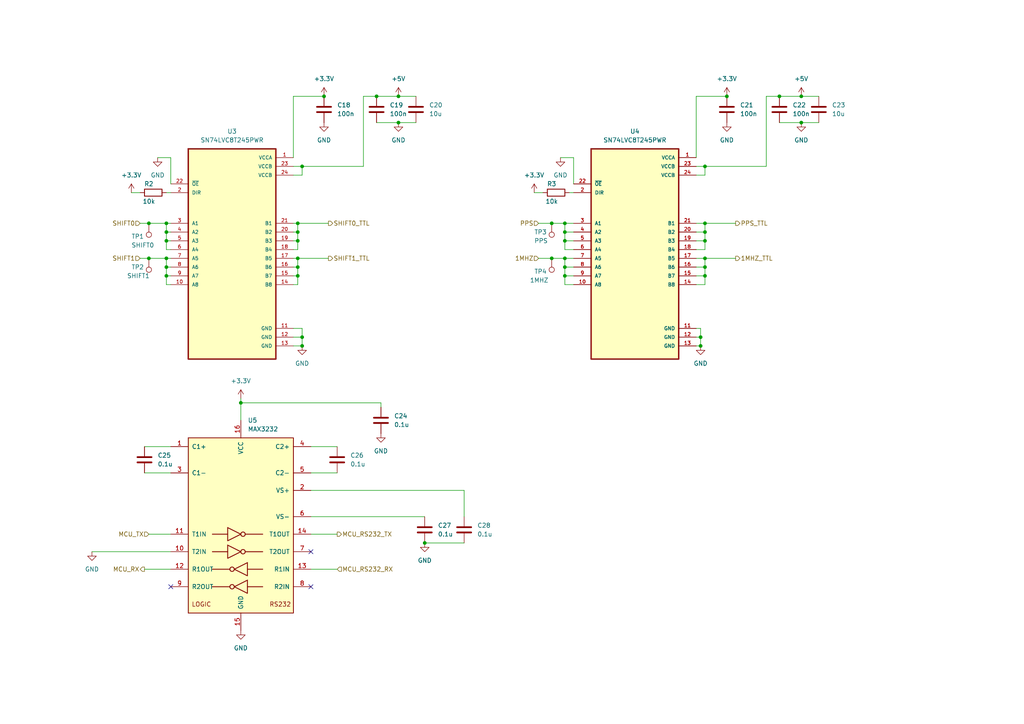
<source format=kicad_sch>
(kicad_sch (version 20211123) (generator eeschema)
  (paper "A4")
  (title_block (title "Line Drivers") (date "2022-10-30") (company "Diamond Light Source"))
  (lib_symbols
    (symbol "Connector:TestPoint" (pin_numbers hide) (pin_names (offset 0.762) hide)
      (property "Reference" "TP" (at 0 6.858 0))
      (property "Value" "TestPoint" (at 0 5.08 0))
      (symbol "TestPoint_0_1"
        (circle (center 0 3.302) (radius 0.762))
      )
      (symbol "TestPoint_1_1"
        (pin passive line (at 0 0 90) (length 2.54) (name "1") (number "1"))
      )
    )
    (symbol "Device:C" (pin_numbers hide) (pin_names (offset 0.254))
      (property "Reference" "C" (at 0.635 2.54 0))
      (property "Value" "C" (at 0.635 -2.54 0))
      (symbol "C_0_1"
        (polyline (pts (xy -2.032 -0.762) (xy 2.032 -0.762)) (stroke (width 0.508)))
        (polyline (pts (xy -2.032 0.762) (xy 2.032 0.762)) (stroke (width 0.508)))
      )
      (symbol "C_1_1"
        (pin passive line (at 0 3.81 270) (length 2.794) (name "~") (number "1"))
        (pin passive line (at 0 -3.81 90) (length 2.794) (name "~") (number "2"))
      )
    )
    (symbol "Device:R" (pin_numbers hide) (pin_names (offset 0))
      (property "Reference" "R" (at 2.032 0 90))
      (property "Value" "R" (at 0 0 90))
      (symbol "R_0_1"
        (rectangle (start -1.016 -2.54) (end 1.016 2.54) (stroke (width 0.254)))
      )
      (symbol "R_1_1"
        (pin passive line (at 0 3.81 270) (length 1.27) (name "~") (number "1"))
        (pin passive line (at 0 -3.81 90) (length 1.27) (name "~") (number "2"))
      )
    )
    (symbol "Interface_UART:MAX3232" (pin_names (offset 1.016))
      (property "Reference" "U" (at -2.54 28.575 0))
      (property "Value" "MAX3232" (at -2.54 26.67 0))
      (symbol "MAX3232_0_0"
        (text "LOGIC" (at -11.43 -22.86 0) (effects (font (size 1.27 1.27))))
        (text "RS232" (at 11.43 -22.86 0) (effects (font (size 1.27 1.27))))
      )
      (symbol "MAX3232_0_1"
        (rectangle (start -15.24 -25.4) (end 15.24 25.4) (stroke (width 0.254)) (fill (type background)))
        (circle (center -2.54 -17.78) (radius 0.635) (stroke (width 0.254)))
        (circle (center -2.54 -12.7) (radius 0.635) (stroke (width 0.254)))
        (polyline (pts (xy -3.81 -7.62) (xy -8.255 -7.62)) (stroke (width 0.254)))
        (polyline (pts (xy -3.81 -2.54) (xy -8.255 -2.54)) (stroke (width 0.254)))
        (polyline (pts (xy -3.175 -17.78) (xy -8.255 -17.78)) (stroke (width 0.254)))
        (polyline (pts (xy -3.175 -12.7) (xy -8.255 -12.7)) (stroke (width 0.254)))
        (polyline (pts (xy 1.27 -7.62) (xy 6.35 -7.62)) (stroke (width 0.254)))
        (polyline (pts (xy 1.27 -2.54) (xy 6.35 -2.54)) (stroke (width 0.254)))
        (polyline (pts (xy 1.905 -17.78) (xy 6.35 -17.78)) (stroke (width 0.254)))
        (polyline (pts (xy 1.905 -12.7) (xy 6.35 -12.7)) (stroke (width 0.254)))
        (polyline (pts (xy -3.81 -5.715) (xy -3.81 -9.525) (xy 0 -7.62) (xy -3.81 -5.715)) (stroke (width 0.254)))
        (polyline (pts (xy -3.81 -0.635) (xy -3.81 -4.445) (xy 0 -2.54) (xy -3.81 -0.635)) (stroke (width 0.254)))
        (polyline (pts (xy 1.905 -15.875) (xy 1.905 -19.685) (xy -1.905 -17.78) (xy 1.905 -15.875)) (stroke (width 0.254)))
        (polyline (pts (xy 1.905 -10.795) (xy 1.905 -14.605) (xy -1.905 -12.7) (xy 1.905 -10.795)) (stroke (width 0.254)))
        (circle (center 0.635 -7.62) (radius 0.635) (stroke (width 0.254)))
        (circle (center 0.635 -2.54) (radius 0.635) (stroke (width 0.254)))
      )
      (symbol "MAX3232_1_1"
        (pin passive line (at -20.32 22.86 0) (length 5.08) (name "C1+") (number "1"))
        (pin input line (at -20.32 -7.62 0) (length 5.08) (name "T2IN") (number "10"))
        (pin input line (at -20.32 -2.54 0) (length 5.08) (name "T1IN") (number "11"))
        (pin output line (at -20.32 -12.7 0) (length 5.08) (name "R1OUT") (number "12"))
        (pin input line (at 20.32 -12.7 180) (length 5.08) (name "R1IN") (number "13"))
        (pin output line (at 20.32 -2.54 180) (length 5.08) (name "T1OUT") (number "14"))
        (pin power_in line (at 0 -30.48 90) (length 5.08) (name "GND") (number "15"))
        (pin power_in line (at 0 30.48 270) (length 5.08) (name "VCC") (number "16"))
        (pin power_out line (at 20.32 10.16 180) (length 5.08) (name "VS+") (number "2"))
        (pin passive line (at -20.32 15.24 0) (length 5.08) (name "C1-") (number "3"))
        (pin passive line (at 20.32 22.86 180) (length 5.08) (name "C2+") (number "4"))
        (pin passive line (at 20.32 15.24 180) (length 5.08) (name "C2-") (number "5"))
        (pin power_out line (at 20.32 2.54 180) (length 5.08) (name "VS-") (number "6"))
        (pin output line (at 20.32 -7.62 180) (length 5.08) (name "T2OUT") (number "7"))
        (pin input line (at 20.32 -17.78 180) (length 5.08) (name "R2IN") (number "8"))
        (pin output line (at -20.32 -17.78 0) (length 5.08) (name "R2OUT") (number "9"))
      )
    )
    (symbol "SN74LVC8T245PWR:SN74LVC8T245PWR" (pin_names (offset 1.016))
      (property "Reference" "U" (at -12.7 31.4706 0))
      (property "Value" "SN74LVC8T245PWR" (at -12.7 -34.4678 0))
      (symbol "SN74LVC8T245PWR_0_0"
        (rectangle (start -12.7 -30.48) (end 12.7 30.48) (stroke (width 0.4064)) (fill (type background)))
        (pin power_in line (at 17.78 27.94 180) (length 5.08) (name "VCCA") (number "1"))
        (pin bidirectional line (at -17.78 -8.89 0) (length 5.08) (name "A8") (number "10"))
        (pin power_in line (at 17.78 -21.59 180) (length 5.08) (name "GND") (number "11"))
        (pin power_in line (at 17.78 -24.13 180) (length 5.08) (name "GND") (number "12"))
        (pin power_in line (at 17.78 -26.67 180) (length 5.08) (name "GND") (number "13"))
        (pin bidirectional line (at 17.78 -8.89 180) (length 5.08) (name "B8") (number "14"))
        (pin bidirectional line (at 17.78 -6.35 180) (length 5.08) (name "B7") (number "15"))
        (pin bidirectional line (at 17.78 -3.81 180) (length 5.08) (name "B6") (number "16"))
        (pin bidirectional line (at 17.78 -1.27 180) (length 5.08) (name "B5") (number "17"))
        (pin bidirectional line (at 17.78 1.27 180) (length 5.08) (name "B4") (number "18"))
        (pin bidirectional line (at 17.78 3.81 180) (length 5.08) (name "B3") (number "19"))
        (pin input line (at -17.78 17.78 0) (length 5.08) (name "DIR") (number "2"))
        (pin bidirectional line (at 17.78 6.35 180) (length 5.08) (name "B2") (number "20"))
        (pin bidirectional line (at 17.78 8.89 180) (length 5.08) (name "B1") (number "21"))
        (pin input line (at -17.78 20.32 0) (length 5.08) (name "~{OE}") (number "22"))
        (pin power_in line (at 17.78 25.4 180) (length 5.08) (name "VCCB") (number "23"))
        (pin power_in line (at 17.78 22.86 180) (length 5.08) (name "VCCB") (number "24"))
        (pin bidirectional line (at -17.78 8.89 0) (length 5.08) (name "A1") (number "3"))
        (pin bidirectional line (at -17.78 6.35 0) (length 5.08) (name "A2") (number "4"))
        (pin bidirectional line (at -17.78 3.81 0) (length 5.08) (name "A3") (number "5"))
        (pin bidirectional line (at -17.78 1.27 0) (length 5.08) (name "A4") (number "6"))
        (pin bidirectional line (at -17.78 -1.27 0) (length 5.08) (name "A5") (number "7"))
        (pin bidirectional line (at -17.78 -3.81 0) (length 5.08) (name "A6") (number "8"))
        (pin bidirectional line (at -17.78 -6.35 0) (length 5.08) (name "A7") (number "9"))
      )
    )
    (symbol "SN74LVC8T245PWR_1" (pin_names (offset 1.016))
      (property "Reference" "U" (at -12.7 31.4706 0))
      (property "Value" "SN74LVC8T245PWR_1" (at -12.7 -34.4678 0))
      (symbol "SN74LVC8T245PWR_1_0_0"
        (rectangle (start -12.7 -30.48) (end 12.7 30.48) (stroke (width 0.4064)) (fill (type background)))
        (pin power_in line (at 17.78 27.94 180) (length 5.08) (name "VCCA") (number "1"))
        (pin bidirectional line (at -17.78 -8.89 0) (length 5.08) (name "A8") (number "10"))
        (pin power_in line (at 17.78 -21.59 180) (length 5.08) (name "GND") (number "11"))
        (pin power_in line (at 17.78 -24.13 180) (length 5.08) (name "GND") (number "12"))
        (pin power_in line (at 17.78 -26.67 180) (length 5.08) (name "GND") (number "13"))
        (pin bidirectional line (at 17.78 -8.89 180) (length 5.08) (name "B8") (number "14"))
        (pin bidirectional line (at 17.78 -6.35 180) (length 5.08) (name "B7") (number "15"))
        (pin bidirectional line (at 17.78 -3.81 180) (length 5.08) (name "B6") (number "16"))
        (pin bidirectional line (at 17.78 -1.27 180) (length 5.08) (name "B5") (number "17"))
        (pin bidirectional line (at 17.78 1.27 180) (length 5.08) (name "B4") (number "18"))
        (pin bidirectional line (at 17.78 3.81 180) (length 5.08) (name "B3") (number "19"))
        (pin input line (at -17.78 17.78 0) (length 5.08) (name "DIR") (number "2"))
        (pin bidirectional line (at 17.78 6.35 180) (length 5.08) (name "B2") (number "20"))
        (pin bidirectional line (at 17.78 8.89 180) (length 5.08) (name "B1") (number "21"))
        (pin input line (at -17.78 20.32 0) (length 5.08) (name "~{OE}") (number "22"))
        (pin power_in line (at 17.78 25.4 180) (length 5.08) (name "VCCB") (number "23"))
        (pin power_in line (at 17.78 22.86 180) (length 5.08) (name "VCCB") (number "24"))
        (pin bidirectional line (at -17.78 8.89 0) (length 5.08) (name "A1") (number "3"))
        (pin bidirectional line (at -17.78 6.35 0) (length 5.08) (name "A2") (number "4"))
        (pin bidirectional line (at -17.78 3.81 0) (length 5.08) (name "A3") (number "5"))
        (pin bidirectional line (at -17.78 1.27 0) (length 5.08) (name "A4") (number "6"))
        (pin bidirectional line (at -17.78 -1.27 0) (length 5.08) (name "A5") (number "7"))
        (pin bidirectional line (at -17.78 -3.81 0) (length 5.08) (name "A6") (number "8"))
        (pin bidirectional line (at -17.78 -6.35 0) (length 5.08) (name "A7") (number "9"))
      )
    )
    (symbol "power:+3.3V" (power) (pin_names (offset 0))
      (property "Value" "+3.3V" (at 0 3.556 0))
      (symbol "+3.3V_0_1"
        (polyline (pts (xy -0.762 1.27) (xy 0 2.54)))
        (polyline (pts (xy 0 0) (xy 0 2.54)))
        (polyline (pts (xy 0 2.54) (xy 0.762 1.27)))
      )
      (symbol "+3.3V_1_1"
        (pin power_in line (at 0 0 90) (length 0) hide (name "+3.3V") (number "1"))
      )
    )
    (symbol "power:+5V" (power) (pin_names (offset 0))
      (property "Value" "+5V" (at 0 3.556 0))
      (symbol "+5V_0_1"
        (polyline (pts (xy -0.762 1.27) (xy 0 2.54)))
        (polyline (pts (xy 0 0) (xy 0 2.54)))
        (polyline (pts (xy 0 2.54) (xy 0.762 1.27)))
      )
      (symbol "+5V_1_1"
        (pin power_in line (at 0 0 90) (length 0) hide (name "+5V") (number "1"))
      )
    )
    (symbol "power:GND" (power) (pin_names (offset 0))
      (property "Value" "GND" (at 0 -3.81 0))
      (symbol "GND_0_1"
        (polyline (pts (xy 0 0) (xy 0 -1.27) (xy 1.27 -1.27) (xy 0 -2.54) (xy -1.27 -1.27) (xy 0 -1.27)))
      )
      (symbol "GND_1_1"
        (pin power_in line (at 0 0 270) (length 0) hide (name "GND") (number "1"))
      )
    )
  )
  (junction (at 163.83 74.93))
  (junction (at 204.47 69.85))
  (junction (at 87.63 100.33))
  (junction (at 86.36 74.93))
  (junction (at 86.36 80.01))
  (junction (at 48.26 67.31))
  (junction (at 204.47 64.77))
  (junction (at 210.82 27.94))
  (junction (at 48.26 77.47))
  (junction (at 232.41 35.56))
  (junction (at 160.02 64.77))
  (junction (at 93.98 27.94))
  (junction (at 204.47 67.31))
  (junction (at 69.85 116.84))
  (junction (at 163.83 80.01))
  (junction (at 109.22 27.94))
  (junction (at 203.2 97.79))
  (junction (at 115.57 27.94))
  (junction (at 48.26 80.01))
  (junction (at 163.83 77.47))
  (junction (at 163.83 69.85))
  (junction (at 86.36 64.77))
  (junction (at 163.83 64.77))
  (junction (at 204.47 74.93))
  (junction (at 226.06 27.94))
  (junction (at 86.36 69.85))
  (junction (at 48.26 69.85))
  (junction (at 163.83 67.31))
  (junction (at 48.26 74.93))
  (junction (at 204.47 80.01))
  (junction (at 232.41 27.94))
  (junction (at 43.18 74.93))
  (junction (at 86.36 67.31))
  (junction (at 204.47 77.47))
  (junction (at 48.26 64.77))
  (junction (at 203.2 100.33))
  (junction (at 87.63 97.79))
  (junction (at 87.63 48.26))
  (junction (at 204.47 48.26))
  (junction (at 115.57 35.56))
  (junction (at 43.18 64.77))
  (junction (at 160.02 74.93))
  (junction (at 86.36 77.47))
  (junction (at 123.19 157.48))
  (no_connect (at 90.17 170.18))
  (no_connect (at 90.17 160.02))
  (no_connect (at 49.53 170.18))
  (wire (pts (xy 163.83 74.93) (xy 166.37 74.93)))
  (wire (pts (xy 48.26 64.77) (xy 49.53 64.77)))
  (wire (pts (xy 163.83 74.93) (xy 163.83 77.47)))
  (wire (pts (xy 86.36 69.85) (xy 86.36 67.31)))
  (wire (pts (xy 87.63 97.79) (xy 87.63 100.33)))
  (wire (pts (xy 201.93 80.01) (xy 204.47 80.01)))
  (wire (pts (xy 90.17 142.24) (xy 134.62 142.24)))
  (wire (pts (xy 226.06 27.94) (xy 232.41 27.94)))
  (wire (pts (xy 204.47 82.55) (xy 204.47 80.01)))
  (wire (pts (xy 166.37 77.47) (xy 163.83 77.47)))
  (wire (pts (xy 49.53 80.01) (xy 48.26 80.01)))
  (wire (pts (xy 204.47 50.8) (xy 204.47 48.26)))
  (wire (pts (xy 85.09 95.25) (xy 87.63 95.25)))
  (wire (pts (xy 163.83 64.77) (xy 166.37 64.77)))
  (wire (pts (xy 48.26 77.47) (xy 48.26 74.93)))
  (wire (pts (xy 105.41 27.94) (xy 109.22 27.94)))
  (wire (pts (xy 160.02 74.93) (xy 163.83 74.93)))
  (wire (pts (xy 43.18 154.94) (xy 49.53 154.94)))
  (wire (pts (xy 86.36 82.55) (xy 86.36 80.01)))
  (wire (pts (xy 43.18 64.77) (xy 48.26 64.77)))
  (wire (pts (xy 201.93 72.39) (xy 204.47 72.39)))
  (wire (pts (xy 85.09 67.31) (xy 86.36 67.31)))
  (wire (pts (xy 203.2 97.79) (xy 203.2 100.33)))
  (wire (pts (xy 201.93 77.47) (xy 204.47 77.47)))
  (wire (pts (xy 86.36 67.31) (xy 86.36 64.77)))
  (wire (pts (xy 90.17 137.16) (xy 97.79 137.16)))
  (wire (pts (xy 115.57 27.94) (xy 120.65 27.94)))
  (wire (pts (xy 69.85 116.84) (xy 69.85 121.92)))
  (wire (pts (xy 86.36 80.01) (xy 86.36 77.47)))
  (wire (pts (xy 204.47 72.39) (xy 204.47 69.85)))
  (wire (pts (xy 166.37 82.55) (xy 163.83 82.55)))
  (wire (pts (xy 163.83 67.31) (xy 163.83 69.85)))
  (wire (pts (xy 40.64 55.88) (xy 38.1 55.88)))
  (wire (pts (xy 49.53 77.47) (xy 48.26 77.47)))
  (wire (pts (xy 232.41 35.56) (xy 237.49 35.56)))
  (wire (pts (xy 49.53 72.39) (xy 48.26 72.39)))
  (wire (pts (xy 69.85 116.84) (xy 110.49 116.84)))
  (wire (pts (xy 86.36 74.93) (xy 95.25 74.93)))
  (wire (pts (xy 90.17 165.1) (xy 97.79 165.1)))
  (wire (pts (xy 85.09 64.77) (xy 86.36 64.77)))
  (wire (pts (xy 157.48 55.88) (xy 154.94 55.88)))
  (wire (pts (xy 85.09 48.26) (xy 87.63 48.26)))
  (wire (pts (xy 49.53 82.55) (xy 48.26 82.55)))
  (wire (pts (xy 201.93 27.94) (xy 201.93 45.72)))
  (wire (pts (xy 48.26 67.31) (xy 48.26 64.77)))
  (wire (pts (xy 156.21 74.93) (xy 160.02 74.93)))
  (wire (pts (xy 85.09 74.93) (xy 86.36 74.93)))
  (wire (pts (xy 123.19 157.48) (xy 134.62 157.48)))
  (wire (pts (xy 201.93 100.33) (xy 203.2 100.33)))
  (wire (pts (xy 222.25 27.94) (xy 226.06 27.94)))
  (wire (pts (xy 201.93 74.93) (xy 204.47 74.93)))
  (wire (pts (xy 204.47 80.01) (xy 204.47 77.47)))
  (wire (pts (xy 87.63 48.26) (xy 105.41 48.26)))
  (wire (pts (xy 166.37 72.39) (xy 163.83 72.39)))
  (wire (pts (xy 201.93 95.25) (xy 203.2 95.25)))
  (wire (pts (xy 166.37 80.01) (xy 163.83 80.01)))
  (wire (pts (xy 201.93 64.77) (xy 204.47 64.77)))
  (wire (pts (xy 201.93 50.8) (xy 204.47 50.8)))
  (wire (pts (xy 85.09 27.94) (xy 93.98 27.94)))
  (wire (pts (xy 41.91 129.54) (xy 49.53 129.54)))
  (wire (pts (xy 69.85 115.57) (xy 69.85 116.84)))
  (wire (pts (xy 86.36 77.47) (xy 86.36 74.93)))
  (wire (pts (xy 166.37 69.85) (xy 163.83 69.85)))
  (wire (pts (xy 204.47 74.93) (xy 213.36 74.93)))
  (wire (pts (xy 26.67 160.02) (xy 49.53 160.02)))
  (wire (pts (xy 49.53 69.85) (xy 48.26 69.85)))
  (wire (pts (xy 204.47 67.31) (xy 204.47 64.77)))
  (wire (pts (xy 41.91 137.16) (xy 49.53 137.16)))
  (wire (pts (xy 166.37 67.31) (xy 163.83 67.31)))
  (wire (pts (xy 40.64 74.93) (xy 43.18 74.93)))
  (wire (pts (xy 201.93 82.55) (xy 204.47 82.55)))
  (wire (pts (xy 166.37 45.72) (xy 162.56 45.72)))
  (wire (pts (xy 90.17 129.54) (xy 97.79 129.54)))
  (wire (pts (xy 48.26 80.01) (xy 48.26 77.47)))
  (wire (pts (xy 87.63 95.25) (xy 87.63 97.79)))
  (wire (pts (xy 204.47 69.85) (xy 204.47 67.31)))
  (wire (pts (xy 49.53 53.34) (xy 49.53 45.72)))
  (wire (pts (xy 48.26 82.55) (xy 48.26 80.01)))
  (wire (pts (xy 204.47 77.47) (xy 204.47 74.93)))
  (wire (pts (xy 201.93 67.31) (xy 204.47 67.31)))
  (wire (pts (xy 48.26 74.93) (xy 49.53 74.93)))
  (wire (pts (xy 160.02 64.77) (xy 163.83 64.77)))
  (wire (pts (xy 232.41 27.94) (xy 237.49 27.94)))
  (wire (pts (xy 48.26 69.85) (xy 48.26 67.31)))
  (wire (pts (xy 166.37 53.34) (xy 166.37 45.72)))
  (wire (pts (xy 201.93 48.26) (xy 204.47 48.26)))
  (wire (pts (xy 40.64 64.77) (xy 43.18 64.77)))
  (wire (pts (xy 115.57 35.56) (xy 120.65 35.56)))
  (wire (pts (xy 41.91 165.1) (xy 49.53 165.1)))
  (wire (pts (xy 85.09 100.33) (xy 87.63 100.33)))
  (wire (pts (xy 85.09 80.01) (xy 86.36 80.01)))
  (wire (pts (xy 85.09 69.85) (xy 86.36 69.85)))
  (wire (pts (xy 105.41 48.26) (xy 105.41 27.94)))
  (wire (pts (xy 203.2 95.25) (xy 203.2 97.79)))
  (wire (pts (xy 163.83 77.47) (xy 163.83 80.01)))
  (wire (pts (xy 85.09 50.8) (xy 87.63 50.8)))
  (wire (pts (xy 85.09 97.79) (xy 87.63 97.79)))
  (wire (pts (xy 85.09 77.47) (xy 86.36 77.47)))
  (wire (pts (xy 43.18 74.93) (xy 48.26 74.93)))
  (wire (pts (xy 163.83 72.39) (xy 163.83 69.85)))
  (wire (pts (xy 86.36 64.77) (xy 95.25 64.77)))
  (wire (pts (xy 109.22 27.94) (xy 115.57 27.94)))
  (wire (pts (xy 87.63 50.8) (xy 87.63 48.26)))
  (wire (pts (xy 109.22 35.56) (xy 115.57 35.56)))
  (wire (pts (xy 134.62 142.24) (xy 134.62 149.86)))
  (wire (pts (xy 85.09 27.94) (xy 85.09 45.72)))
  (wire (pts (xy 90.17 154.94) (xy 97.79 154.94)))
  (wire (pts (xy 85.09 82.55) (xy 86.36 82.55)))
  (wire (pts (xy 201.93 27.94) (xy 210.82 27.94)))
  (wire (pts (xy 163.83 82.55) (xy 163.83 80.01)))
  (wire (pts (xy 156.21 64.77) (xy 160.02 64.77)))
  (wire (pts (xy 49.53 67.31) (xy 48.26 67.31)))
  (wire (pts (xy 90.17 149.86) (xy 123.19 149.86)))
  (wire (pts (xy 85.09 72.39) (xy 86.36 72.39)))
  (wire (pts (xy 49.53 45.72) (xy 45.72 45.72)))
  (wire (pts (xy 204.47 48.26) (xy 222.25 48.26)))
  (wire (pts (xy 165.1 55.88) (xy 166.37 55.88)))
  (wire (pts (xy 226.06 35.56) (xy 232.41 35.56)))
  (wire (pts (xy 48.26 72.39) (xy 48.26 69.85)))
  (wire (pts (xy 48.26 55.88) (xy 49.53 55.88)))
  (wire (pts (xy 222.25 48.26) (xy 222.25 27.94)))
  (wire (pts (xy 86.36 72.39) (xy 86.36 69.85)))
  (wire (pts (xy 203.2 97.79) (xy 201.93 97.79)))
  (wire (pts (xy 204.47 64.77) (xy 213.36 64.77)))
  (wire (pts (xy 201.93 69.85) (xy 204.47 69.85)))
  (wire (pts (xy 163.83 64.77) (xy 163.83 67.31)))
  (wire (pts (xy 110.49 116.84) (xy 110.49 118.11)))
  (hierarchical_label "MCU_TX" (shape input) (at 43.18 154.94 180))
  (hierarchical_label "MCU_RS232_RX" (shape input) (at 97.79 165.1 0))
  (hierarchical_label "SHIFT0" (shape input) (at 40.64 64.77 180))
  (hierarchical_label "1MHZ" (shape input) (at 156.21 74.93 180))
  (hierarchical_label "PPS_TTL" (shape output) (at 213.36 64.77 0))
  (hierarchical_label "SHIFT0_TTL" (shape output) (at 95.25 64.77 0))
  (hierarchical_label "SHIFT1_TTL" (shape output) (at 95.25 74.93 0))
  (hierarchical_label "SHIFT1" (shape input) (at 40.64 74.93 180))
  (hierarchical_label "MCU_RS232_TX" (shape output) (at 97.79 154.94 0))
  (hierarchical_label "MCU_RX" (shape output) (at 41.91 165.1 180))
  (hierarchical_label "PPS" (shape input) (at 156.21 64.77 180))
  (hierarchical_label "1MHZ_TTL" (shape output) (at 213.36 74.93 0))
  (symbol (lib_id "Device:C") (at 120.65 31.75 0) (unit 1)
    (property "Reference" "C20" (at 124.46 30.4799 0) (effects (justify left)))
    (property "Value" "10u" (at 124.46 33.0199 0) (effects (justify left)))
    (property "Footprint" "Capacitor_SMD:C_1210_3225Metric" (effects hide))
  )
  (symbol (lib_id "Device:C") (at 134.62 153.67 0) (unit 1)
    (property "Reference" "C28" (at 138.43 152.3999 0) (effects (justify left)))
    (property "Value" "0.1u" (at 138.43 154.9399 0) (effects (justify left)))
    (property "Footprint" "Capacitor_SMD:C_0805_2012Metric" (effects hide))
  )
  (symbol (lib_id "Interface_UART:MAX3232") (at 69.85 152.4 0) (unit 1)
    (property "Reference" "U5" (at 71.8694 121.92 0) (effects (justify left)))
    (property "Value" "MAX3232" (at 71.8694 124.46 0) (effects (justify left)))
    (property "Footprint" "footprints:SOIC127P600X175-16N" (effects hide))
    (property "Datasheet" "https://datasheets.maximintegrated.com/en/ds/MAX3222-MAX3241.pdf" (effects hide))
  )
  (symbol (lib_id "Device:C") (at 210.82 31.75 0) (unit 1)
    (property "Reference" "C21" (at 214.63 30.4799 0) (effects (justify left)))
    (property "Value" "100n" (at 214.63 33.0199 0) (effects (justify left)))
    (property "Footprint" "Capacitor_SMD:C_0805_2012Metric" (effects hide))
  )
  (symbol (lib_id "Connector:TestPoint") (at 160.02 74.93 180) (unit 1)
    (property "Reference" "TP4" (at 154.94 78.74 0) (effects (justify right)))
    (property "Value" "1MHZ" (at 153.67 81.28 0) (effects (justify right)))
    (property "Footprint" "TestPoint:TestPoint_Pad_D1.0mm" (effects hide))
  )
  (symbol (lib_id "power:GND") (at 110.49 125.73 0) (unit 1)
    (property "Reference" "#PWR0117" (effects hide))
    (property "Value" "GND" (at 110.49 130.81 0))
  )
  (symbol (lib_id "power:+5V") (at 232.41 27.94 0) (unit 1)
    (property "Reference" "#PWR0130" (effects hide))
    (property "Value" "+5V" (at 232.41 22.86 0))
  )
  (symbol (lib_id "Device:C") (at 41.91 133.35 0) (unit 1)
    (property "Reference" "C25" (at 45.72 132.0799 0) (effects (justify left)))
    (property "Value" "0.1u" (at 45.72 134.6199 0) (effects (justify left)))
    (property "Footprint" "Capacitor_SMD:C_0805_2012Metric" (effects hide))
  )
  (symbol (lib_id "power:GND") (at 45.72 45.72 0) (unit 1)
    (property "Reference" "#PWR0125" (effects hide))
    (property "Value" "GND" (at 45.72 50.8 0))
  )
  (symbol (lib_id "power:GND") (at 210.82 35.56 0) (unit 1)
    (property "Reference" "#PWR0128" (effects hide))
    (property "Value" "GND" (at 210.82 40.64 0))
  )
  (symbol (lib_id "Connector:TestPoint") (at 43.18 74.93 180) (unit 1)
    (property "Reference" "TP2" (at 38.1 77.47 0) (effects (justify right)))
    (property "Value" "SHIFT1" (at 36.83 80.01 0) (effects (justify right)))
    (property "Footprint" "TestPoint:TestPoint_Pad_D1.0mm" (effects hide))
  )
  (symbol (lib_id "power:GND") (at 162.56 45.72 0) (unit 1)
    (property "Reference" "#PWR0122" (effects hide))
    (property "Value" "GND" (at 162.56 50.8 0))
  )
  (symbol (lib_id "power:GND") (at 123.19 157.48 0) (unit 1)
    (property "Reference" "#PWR0121" (effects hide))
    (property "Value" "GND" (at 123.19 162.56 0))
  )
  (symbol (lib_id "power:+3.3V") (at 210.82 27.94 0) (unit 1)
    (property "Reference" "#PWR0129" (effects hide))
    (property "Value" "+3.3V" (at 210.82 22.86 0))
  )
  (symbol (lib_id "power:+3.3V") (at 93.98 27.94 0) (unit 1)
    (property "Reference" "#PWR0132" (effects hide))
    (property "Value" "+3.3V" (at 93.98 22.86 0))
  )
  (symbol (lib_id "power:GND") (at 232.41 35.56 0) (unit 1)
    (property "Reference" "#PWR0127" (effects hide))
    (property "Value" "GND" (at 232.41 40.64 0))
  )
  (symbol (lib_id "Device:C") (at 237.49 31.75 0) (unit 1)
    (property "Reference" "C23" (at 241.3 30.4799 0) (effects (justify left)))
    (property "Value" "10u" (at 241.3 33.0199 0) (effects (justify left)))
    (property "Footprint" "Capacitor_SMD:C_1210_3225Metric" (effects hide))
  )
  (symbol (lib_id "power:GND") (at 26.67 160.02 0) (unit 1)
    (property "Reference" "#PWR0145" (effects hide))
    (property "Value" "GND" (at 26.67 165.1 0))
  )
  (symbol (lib_id "power:GND") (at 115.57 35.56 0) (unit 1)
    (property "Reference" "#PWR0134" (effects hide))
    (property "Value" "GND" (at 115.57 40.64 0))
  )
  (symbol (lib_id "Device:C") (at 110.49 121.92 0) (unit 1)
    (property "Reference" "C24" (at 114.3 120.6499 0) (effects (justify left)))
    (property "Value" "0.1u" (at 114.3 123.1899 0) (effects (justify left)))
    (property "Footprint" "Capacitor_SMD:C_0805_2012Metric" (effects hide))
  )
  (symbol (lib_id "power:GND") (at 93.98 35.56 0) (unit 1)
    (property "Reference" "#PWR0133" (effects hide))
    (property "Value" "GND" (at 93.98 40.64 0))
  )
  (symbol (lib_id "Connector:TestPoint") (at 43.18 64.77 180) (unit 1)
    (property "Reference" "TP1" (at 38.1 68.58 0) (effects (justify right)))
    (property "Value" "SHIFT0" (at 38.1 71.12 0) (effects (justify right)))
    (property "Footprint" "TestPoint:TestPoint_Pad_D1.0mm" (effects hide))
  )
  (symbol (lib_id "Connector:TestPoint") (at 160.02 64.77 180) (unit 1)
    (property "Reference" "TP3" (at 154.94 67.31 0) (effects (justify right)))
    (property "Value" "PPS" (at 154.94 69.85 0) (effects (justify right)))
    (property "Footprint" "TestPoint:TestPoint_Pad_D1.0mm" (effects hide))
  )
  (symbol (lib_name "SN74LVC8T245PWR_1") (lib_id "SN74LVC8T245PWR:SN74LVC8T245PWR") (at 67.31 73.66 0) (unit 1)
    (property "Reference" "U3" (at 67.31 38.1 0))
    (property "Value" "SN74LVC8T245PWR" (at 67.31 40.64 0))
    (property "Footprint" "footprints:SOP65P640X120-24N" (effects hide))
  )
  (symbol (lib_id "Device:R") (at 161.29 55.88 90) (unit 1)
    (property "Reference" "R3" (at 160.02 53.34 90))
    (property "Value" "10k" (at 160.02 58.42 90))
    (property "Footprint" "Resistor_SMD:R_0805_2012Metric" (effects hide))
  )
  (symbol (lib_id "SN74LVC8T245PWR:SN74LVC8T245PWR") (at 184.15 73.66 0) (unit 1)
    (property "Reference" "U4" (at 184.15 38.1 0))
    (property "Value" "SN74LVC8T245PWR" (at 184.15 40.64 0))
    (property "Footprint" "footprints:SOP65P640X120-24N" (effects hide))
  )
  (symbol (lib_id "Device:C") (at 123.19 153.67 0) (unit 1)
    (property "Reference" "C27" (at 127 152.3999 0) (effects (justify left)))
    (property "Value" "0.1u" (at 127 154.9399 0) (effects (justify left)))
    (property "Footprint" "Capacitor_SMD:C_0805_2012Metric" (effects hide))
  )
  (symbol (lib_id "power:GND") (at 203.2 100.33 0) (unit 1)
    (property "Reference" "#PWR0124" (effects hide))
    (property "Value" "GND" (at 203.2 105.41 0))
  )
  (symbol (lib_id "Device:C") (at 93.98 31.75 0) (unit 1)
    (property "Reference" "C18" (at 97.79 30.4799 0) (effects (justify left)))
    (property "Value" "100n" (at 97.79 33.0199 0) (effects (justify left)))
    (property "Footprint" "Capacitor_SMD:C_0805_2012Metric" (effects hide))
  )
  (symbol (lib_id "Device:C") (at 109.22 31.75 0) (unit 1)
    (property "Reference" "C19" (at 113.03 30.4799 0) (effects (justify left)))
    (property "Value" "100n" (at 113.03 33.0199 0) (effects (justify left)))
    (property "Footprint" "Capacitor_SMD:C_0805_2012Metric" (effects hide))
  )
  (symbol (lib_id "Device:C") (at 97.79 133.35 0) (unit 1)
    (property "Reference" "C26" (at 101.6 132.0799 0) (effects (justify left)))
    (property "Value" "0.1u" (at 101.6 134.6199 0) (effects (justify left)))
    (property "Footprint" "Capacitor_SMD:C_0805_2012Metric" (effects hide))
  )
  (symbol (lib_id "power:GND") (at 69.85 182.88 0) (unit 1)
    (property "Reference" "#PWR0118" (effects hide))
    (property "Value" "GND" (at 69.85 187.96 0))
  )
  (symbol (lib_id "Device:C") (at 226.06 31.75 0) (unit 1)
    (property "Reference" "C22" (at 229.87 30.4799 0) (effects (justify left)))
    (property "Value" "100n" (at 229.87 33.0199 0) (effects (justify left)))
    (property "Footprint" "Capacitor_SMD:C_0805_2012Metric" (effects hide))
  )
  (symbol (lib_id "power:+5V") (at 115.57 27.94 0) (unit 1)
    (property "Reference" "#PWR0131" (effects hide))
    (property "Value" "+5V" (at 115.57 22.86 0))
  )
  (symbol (lib_id "Device:R") (at 44.45 55.88 90) (unit 1)
    (property "Reference" "R2" (at 43.18 53.34 90))
    (property "Value" "10k" (at 43.18 58.42 90))
    (property "Footprint" "Resistor_SMD:R_0805_2012Metric" (effects hide))
  )
  (symbol (lib_id "power:+3.3V") (at 154.94 55.88 0) (unit 1)
    (property "Reference" "#PWR0123" (effects hide))
    (property "Value" "+3.3V" (at 154.94 50.8 0))
  )
  (symbol (lib_id "power:+3.3V") (at 69.85 115.57 0) (unit 1)
    (property "Reference" "#PWR0120" (effects hide))
    (property "Value" "+3.3V" (at 69.85 110.49 0))
  )
  (symbol (lib_id "power:GND") (at 87.63 100.33 0) (unit 1)
    (property "Reference" "#PWR0119" (effects hide))
    (property "Value" "GND" (at 87.63 105.41 0))
  )
  (symbol (lib_id "power:+3.3V") (at 38.1 55.88 0) (unit 1)
    (property "Reference" "#PWR0126" (effects hide))
    (property "Value" "+3.3V" (at 38.1 50.8 0))
  )
)
</source>
